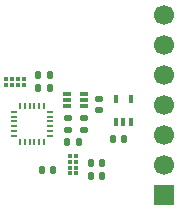
<source format=gts>
G04 #@! TF.GenerationSoftware,KiCad,Pcbnew,9.0.4*
G04 #@! TF.CreationDate,2025-09-29T17:09:58+02:00*
G04 #@! TF.ProjectId,icm_20948_breakout,69636d5f-3230-4393-9438-5f627265616b,rev?*
G04 #@! TF.SameCoordinates,Original*
G04 #@! TF.FileFunction,Soldermask,Top*
G04 #@! TF.FilePolarity,Negative*
%FSLAX46Y46*%
G04 Gerber Fmt 4.6, Leading zero omitted, Abs format (unit mm)*
G04 Created by KiCad (PCBNEW 9.0.4) date 2025-09-29 17:09:58*
%MOMM*%
%LPD*%
G01*
G04 APERTURE LIST*
G04 Aperture macros list*
%AMRoundRect*
0 Rectangle with rounded corners*
0 $1 Rounding radius*
0 $2 $3 $4 $5 $6 $7 $8 $9 X,Y pos of 4 corners*
0 Add a 4 corners polygon primitive as box body*
4,1,4,$2,$3,$4,$5,$6,$7,$8,$9,$2,$3,0*
0 Add four circle primitives for the rounded corners*
1,1,$1+$1,$2,$3*
1,1,$1+$1,$4,$5*
1,1,$1+$1,$6,$7*
1,1,$1+$1,$8,$9*
0 Add four rect primitives between the rounded corners*
20,1,$1+$1,$2,$3,$4,$5,0*
20,1,$1+$1,$4,$5,$6,$7,0*
20,1,$1+$1,$6,$7,$8,$9,0*
20,1,$1+$1,$8,$9,$2,$3,0*%
G04 Aperture macros list end*
%ADD10C,0.365000*%
%ADD11RoundRect,0.140000X0.140000X0.170000X-0.140000X0.170000X-0.140000X-0.170000X0.140000X-0.170000X0*%
%ADD12RoundRect,0.140000X-0.140000X-0.170000X0.140000X-0.170000X0.140000X0.170000X-0.140000X0.170000X0*%
%ADD13RoundRect,0.140000X0.170000X-0.140000X0.170000X0.140000X-0.170000X0.140000X-0.170000X-0.140000X0*%
%ADD14RoundRect,0.050000X-0.225000X-0.050000X0.225000X-0.050000X0.225000X0.050000X-0.225000X0.050000X0*%
%ADD15RoundRect,0.050000X0.050000X-0.225000X0.050000X0.225000X-0.050000X0.225000X-0.050000X-0.225000X0*%
%ADD16R,1.700000X1.700000*%
%ADD17C,1.700000*%
%ADD18RoundRect,0.100000X0.100000X-0.225000X0.100000X0.225000X-0.100000X0.225000X-0.100000X-0.225000X0*%
%ADD19RoundRect,0.087500X0.250000X0.087500X-0.250000X0.087500X-0.250000X-0.087500X0.250000X-0.087500X0*%
G04 APERTURE END LIST*
D10*
X124340000Y-83700000D03*
X124340000Y-84200000D03*
X123840000Y-83700000D03*
X123840000Y-84200000D03*
X123340000Y-83700000D03*
X123340000Y-84200000D03*
X122840000Y-83700000D03*
X122840000Y-84200000D03*
D11*
X126500000Y-84500000D03*
X125540000Y-84500000D03*
D12*
X128000000Y-89000000D03*
X128960000Y-89000000D03*
D11*
X132800000Y-88824999D03*
X131840000Y-88824999D03*
D13*
X130700000Y-86360000D03*
X130700000Y-85400000D03*
D12*
X125820000Y-91400000D03*
X126780000Y-91400000D03*
D14*
X123500000Y-86500000D03*
X123500000Y-86900000D03*
X123500000Y-87300000D03*
X123500000Y-87700000D03*
X123500000Y-88100000D03*
X123500000Y-88500000D03*
D15*
X124000000Y-89000000D03*
X124400000Y-89000000D03*
X124800000Y-89000000D03*
X125200000Y-89000000D03*
X125600000Y-89000000D03*
X126000000Y-89000000D03*
D14*
X126500000Y-88500000D03*
X126500000Y-88100000D03*
X126500000Y-87700000D03*
X126500000Y-87300000D03*
X126500000Y-86900000D03*
X126500000Y-86500000D03*
D15*
X126000000Y-86000000D03*
X125600000Y-86000000D03*
X125200000Y-86000000D03*
X124800000Y-86000000D03*
X124400000Y-86000000D03*
X124000000Y-86000000D03*
D11*
X130960000Y-91900000D03*
X130000000Y-91900000D03*
D13*
X129378500Y-87980000D03*
X129378500Y-87020000D03*
D10*
X128700000Y-91700000D03*
X128200000Y-91700000D03*
X128700000Y-91200000D03*
X128200000Y-91200000D03*
X128700000Y-90700000D03*
X128200000Y-90700000D03*
X128700000Y-90200000D03*
X128200000Y-90200000D03*
D16*
X136200000Y-93520000D03*
D17*
X136200000Y-90980000D03*
X136200000Y-88440000D03*
X136200000Y-85900000D03*
X136200000Y-83360000D03*
X136200000Y-80820000D03*
X136200000Y-78280000D03*
D13*
X128078500Y-87980000D03*
X128078500Y-87020000D03*
D18*
X132100000Y-87324999D03*
X132750000Y-87324999D03*
X133400000Y-87324999D03*
X133400000Y-85424999D03*
X132100000Y-85424999D03*
D11*
X130960000Y-90800000D03*
X130000000Y-90800000D03*
D19*
X129403500Y-85974006D03*
X129403500Y-85474006D03*
X129403500Y-84974006D03*
X127978500Y-84974006D03*
X127978500Y-85474006D03*
X127978500Y-85974006D03*
D11*
X126500000Y-83400000D03*
X125540000Y-83400000D03*
M02*

</source>
